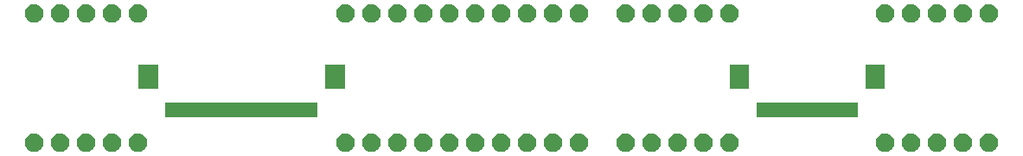
<source format=gbr>
G04 #@! TF.GenerationSoftware,KiCad,Pcbnew,5.1.5-52549c5~86~ubuntu19.04.1*
G04 #@! TF.CreationDate,2020-05-21T23:18:28+10:00*
G04 #@! TF.ProjectId,ICM2_FrontPanel_Breakout,49434d32-5f46-4726-9f6e-7450616e656c,rev?*
G04 #@! TF.SameCoordinates,Original*
G04 #@! TF.FileFunction,Soldermask,Top*
G04 #@! TF.FilePolarity,Negative*
%FSLAX46Y46*%
G04 Gerber Fmt 4.6, Leading zero omitted, Abs format (unit mm)*
G04 Created by KiCad (PCBNEW 5.1.5-52549c5~86~ubuntu19.04.1) date 2020-05-21 23:18:28*
%MOMM*%
%LPD*%
G04 APERTURE LIST*
%ADD10C,0.100000*%
G04 APERTURE END LIST*
D10*
G36*
X138035512Y-86479927D02*
G01*
X138184812Y-86509624D01*
X138348784Y-86577544D01*
X138496354Y-86676147D01*
X138621853Y-86801646D01*
X138720456Y-86949216D01*
X138788376Y-87113188D01*
X138823000Y-87287259D01*
X138823000Y-87464741D01*
X138788376Y-87638812D01*
X138720456Y-87802784D01*
X138621853Y-87950354D01*
X138496354Y-88075853D01*
X138348784Y-88174456D01*
X138184812Y-88242376D01*
X138035512Y-88272073D01*
X138010742Y-88277000D01*
X137833258Y-88277000D01*
X137808488Y-88272073D01*
X137659188Y-88242376D01*
X137495216Y-88174456D01*
X137347646Y-88075853D01*
X137222147Y-87950354D01*
X137123544Y-87802784D01*
X137055624Y-87638812D01*
X137021000Y-87464741D01*
X137021000Y-87287259D01*
X137055624Y-87113188D01*
X137123544Y-86949216D01*
X137222147Y-86801646D01*
X137347646Y-86676147D01*
X137495216Y-86577544D01*
X137659188Y-86509624D01*
X137808488Y-86479927D01*
X137833258Y-86475000D01*
X138010742Y-86475000D01*
X138035512Y-86479927D01*
G37*
G36*
X132955512Y-86479927D02*
G01*
X133104812Y-86509624D01*
X133268784Y-86577544D01*
X133416354Y-86676147D01*
X133541853Y-86801646D01*
X133640456Y-86949216D01*
X133708376Y-87113188D01*
X133743000Y-87287259D01*
X133743000Y-87464741D01*
X133708376Y-87638812D01*
X133640456Y-87802784D01*
X133541853Y-87950354D01*
X133416354Y-88075853D01*
X133268784Y-88174456D01*
X133104812Y-88242376D01*
X132955512Y-88272073D01*
X132930742Y-88277000D01*
X132753258Y-88277000D01*
X132728488Y-88272073D01*
X132579188Y-88242376D01*
X132415216Y-88174456D01*
X132267646Y-88075853D01*
X132142147Y-87950354D01*
X132043544Y-87802784D01*
X131975624Y-87638812D01*
X131941000Y-87464741D01*
X131941000Y-87287259D01*
X131975624Y-87113188D01*
X132043544Y-86949216D01*
X132142147Y-86801646D01*
X132267646Y-86676147D01*
X132415216Y-86577544D01*
X132579188Y-86509624D01*
X132728488Y-86479927D01*
X132753258Y-86475000D01*
X132930742Y-86475000D01*
X132955512Y-86479927D01*
G37*
G36*
X94855512Y-86479927D02*
G01*
X95004812Y-86509624D01*
X95168784Y-86577544D01*
X95316354Y-86676147D01*
X95441853Y-86801646D01*
X95540456Y-86949216D01*
X95608376Y-87113188D01*
X95643000Y-87287259D01*
X95643000Y-87464741D01*
X95608376Y-87638812D01*
X95540456Y-87802784D01*
X95441853Y-87950354D01*
X95316354Y-88075853D01*
X95168784Y-88174456D01*
X95004812Y-88242376D01*
X94855512Y-88272073D01*
X94830742Y-88277000D01*
X94653258Y-88277000D01*
X94628488Y-88272073D01*
X94479188Y-88242376D01*
X94315216Y-88174456D01*
X94167646Y-88075853D01*
X94042147Y-87950354D01*
X93943544Y-87802784D01*
X93875624Y-87638812D01*
X93841000Y-87464741D01*
X93841000Y-87287259D01*
X93875624Y-87113188D01*
X93943544Y-86949216D01*
X94042147Y-86801646D01*
X94167646Y-86676147D01*
X94315216Y-86577544D01*
X94479188Y-86509624D01*
X94628488Y-86479927D01*
X94653258Y-86475000D01*
X94830742Y-86475000D01*
X94855512Y-86479927D01*
G37*
G36*
X92315512Y-86479927D02*
G01*
X92464812Y-86509624D01*
X92628784Y-86577544D01*
X92776354Y-86676147D01*
X92901853Y-86801646D01*
X93000456Y-86949216D01*
X93068376Y-87113188D01*
X93103000Y-87287259D01*
X93103000Y-87464741D01*
X93068376Y-87638812D01*
X93000456Y-87802784D01*
X92901853Y-87950354D01*
X92776354Y-88075853D01*
X92628784Y-88174456D01*
X92464812Y-88242376D01*
X92315512Y-88272073D01*
X92290742Y-88277000D01*
X92113258Y-88277000D01*
X92088488Y-88272073D01*
X91939188Y-88242376D01*
X91775216Y-88174456D01*
X91627646Y-88075853D01*
X91502147Y-87950354D01*
X91403544Y-87802784D01*
X91335624Y-87638812D01*
X91301000Y-87464741D01*
X91301000Y-87287259D01*
X91335624Y-87113188D01*
X91403544Y-86949216D01*
X91502147Y-86801646D01*
X91627646Y-86676147D01*
X91775216Y-86577544D01*
X91939188Y-86509624D01*
X92088488Y-86479927D01*
X92113258Y-86475000D01*
X92290742Y-86475000D01*
X92315512Y-86479927D01*
G37*
G36*
X89775512Y-86479927D02*
G01*
X89924812Y-86509624D01*
X90088784Y-86577544D01*
X90236354Y-86676147D01*
X90361853Y-86801646D01*
X90460456Y-86949216D01*
X90528376Y-87113188D01*
X90563000Y-87287259D01*
X90563000Y-87464741D01*
X90528376Y-87638812D01*
X90460456Y-87802784D01*
X90361853Y-87950354D01*
X90236354Y-88075853D01*
X90088784Y-88174456D01*
X89924812Y-88242376D01*
X89775512Y-88272073D01*
X89750742Y-88277000D01*
X89573258Y-88277000D01*
X89548488Y-88272073D01*
X89399188Y-88242376D01*
X89235216Y-88174456D01*
X89087646Y-88075853D01*
X88962147Y-87950354D01*
X88863544Y-87802784D01*
X88795624Y-87638812D01*
X88761000Y-87464741D01*
X88761000Y-87287259D01*
X88795624Y-87113188D01*
X88863544Y-86949216D01*
X88962147Y-86801646D01*
X89087646Y-86676147D01*
X89235216Y-86577544D01*
X89399188Y-86509624D01*
X89548488Y-86479927D01*
X89573258Y-86475000D01*
X89750742Y-86475000D01*
X89775512Y-86479927D01*
G37*
G36*
X87235512Y-86479927D02*
G01*
X87384812Y-86509624D01*
X87548784Y-86577544D01*
X87696354Y-86676147D01*
X87821853Y-86801646D01*
X87920456Y-86949216D01*
X87988376Y-87113188D01*
X88023000Y-87287259D01*
X88023000Y-87464741D01*
X87988376Y-87638812D01*
X87920456Y-87802784D01*
X87821853Y-87950354D01*
X87696354Y-88075853D01*
X87548784Y-88174456D01*
X87384812Y-88242376D01*
X87235512Y-88272073D01*
X87210742Y-88277000D01*
X87033258Y-88277000D01*
X87008488Y-88272073D01*
X86859188Y-88242376D01*
X86695216Y-88174456D01*
X86547646Y-88075853D01*
X86422147Y-87950354D01*
X86323544Y-87802784D01*
X86255624Y-87638812D01*
X86221000Y-87464741D01*
X86221000Y-87287259D01*
X86255624Y-87113188D01*
X86323544Y-86949216D01*
X86422147Y-86801646D01*
X86547646Y-86676147D01*
X86695216Y-86577544D01*
X86859188Y-86509624D01*
X87008488Y-86479927D01*
X87033258Y-86475000D01*
X87210742Y-86475000D01*
X87235512Y-86479927D01*
G37*
G36*
X84695512Y-86479927D02*
G01*
X84844812Y-86509624D01*
X85008784Y-86577544D01*
X85156354Y-86676147D01*
X85281853Y-86801646D01*
X85380456Y-86949216D01*
X85448376Y-87113188D01*
X85483000Y-87287259D01*
X85483000Y-87464741D01*
X85448376Y-87638812D01*
X85380456Y-87802784D01*
X85281853Y-87950354D01*
X85156354Y-88075853D01*
X85008784Y-88174456D01*
X84844812Y-88242376D01*
X84695512Y-88272073D01*
X84670742Y-88277000D01*
X84493258Y-88277000D01*
X84468488Y-88272073D01*
X84319188Y-88242376D01*
X84155216Y-88174456D01*
X84007646Y-88075853D01*
X83882147Y-87950354D01*
X83783544Y-87802784D01*
X83715624Y-87638812D01*
X83681000Y-87464741D01*
X83681000Y-87287259D01*
X83715624Y-87113188D01*
X83783544Y-86949216D01*
X83882147Y-86801646D01*
X84007646Y-86676147D01*
X84155216Y-86577544D01*
X84319188Y-86509624D01*
X84468488Y-86479927D01*
X84493258Y-86475000D01*
X84670742Y-86475000D01*
X84695512Y-86479927D01*
G37*
G36*
X125335512Y-86479927D02*
G01*
X125484812Y-86509624D01*
X125648784Y-86577544D01*
X125796354Y-86676147D01*
X125921853Y-86801646D01*
X126020456Y-86949216D01*
X126088376Y-87113188D01*
X126123000Y-87287259D01*
X126123000Y-87464741D01*
X126088376Y-87638812D01*
X126020456Y-87802784D01*
X125921853Y-87950354D01*
X125796354Y-88075853D01*
X125648784Y-88174456D01*
X125484812Y-88242376D01*
X125335512Y-88272073D01*
X125310742Y-88277000D01*
X125133258Y-88277000D01*
X125108488Y-88272073D01*
X124959188Y-88242376D01*
X124795216Y-88174456D01*
X124647646Y-88075853D01*
X124522147Y-87950354D01*
X124423544Y-87802784D01*
X124355624Y-87638812D01*
X124321000Y-87464741D01*
X124321000Y-87287259D01*
X124355624Y-87113188D01*
X124423544Y-86949216D01*
X124522147Y-86801646D01*
X124647646Y-86676147D01*
X124795216Y-86577544D01*
X124959188Y-86509624D01*
X125108488Y-86479927D01*
X125133258Y-86475000D01*
X125310742Y-86475000D01*
X125335512Y-86479927D01*
G37*
G36*
X122795512Y-86479927D02*
G01*
X122944812Y-86509624D01*
X123108784Y-86577544D01*
X123256354Y-86676147D01*
X123381853Y-86801646D01*
X123480456Y-86949216D01*
X123548376Y-87113188D01*
X123583000Y-87287259D01*
X123583000Y-87464741D01*
X123548376Y-87638812D01*
X123480456Y-87802784D01*
X123381853Y-87950354D01*
X123256354Y-88075853D01*
X123108784Y-88174456D01*
X122944812Y-88242376D01*
X122795512Y-88272073D01*
X122770742Y-88277000D01*
X122593258Y-88277000D01*
X122568488Y-88272073D01*
X122419188Y-88242376D01*
X122255216Y-88174456D01*
X122107646Y-88075853D01*
X121982147Y-87950354D01*
X121883544Y-87802784D01*
X121815624Y-87638812D01*
X121781000Y-87464741D01*
X121781000Y-87287259D01*
X121815624Y-87113188D01*
X121883544Y-86949216D01*
X121982147Y-86801646D01*
X122107646Y-86676147D01*
X122255216Y-86577544D01*
X122419188Y-86509624D01*
X122568488Y-86479927D01*
X122593258Y-86475000D01*
X122770742Y-86475000D01*
X122795512Y-86479927D01*
G37*
G36*
X120255512Y-86479927D02*
G01*
X120404812Y-86509624D01*
X120568784Y-86577544D01*
X120716354Y-86676147D01*
X120841853Y-86801646D01*
X120940456Y-86949216D01*
X121008376Y-87113188D01*
X121043000Y-87287259D01*
X121043000Y-87464741D01*
X121008376Y-87638812D01*
X120940456Y-87802784D01*
X120841853Y-87950354D01*
X120716354Y-88075853D01*
X120568784Y-88174456D01*
X120404812Y-88242376D01*
X120255512Y-88272073D01*
X120230742Y-88277000D01*
X120053258Y-88277000D01*
X120028488Y-88272073D01*
X119879188Y-88242376D01*
X119715216Y-88174456D01*
X119567646Y-88075853D01*
X119442147Y-87950354D01*
X119343544Y-87802784D01*
X119275624Y-87638812D01*
X119241000Y-87464741D01*
X119241000Y-87287259D01*
X119275624Y-87113188D01*
X119343544Y-86949216D01*
X119442147Y-86801646D01*
X119567646Y-86676147D01*
X119715216Y-86577544D01*
X119879188Y-86509624D01*
X120028488Y-86479927D01*
X120053258Y-86475000D01*
X120230742Y-86475000D01*
X120255512Y-86479927D01*
G37*
G36*
X117715512Y-86479927D02*
G01*
X117864812Y-86509624D01*
X118028784Y-86577544D01*
X118176354Y-86676147D01*
X118301853Y-86801646D01*
X118400456Y-86949216D01*
X118468376Y-87113188D01*
X118503000Y-87287259D01*
X118503000Y-87464741D01*
X118468376Y-87638812D01*
X118400456Y-87802784D01*
X118301853Y-87950354D01*
X118176354Y-88075853D01*
X118028784Y-88174456D01*
X117864812Y-88242376D01*
X117715512Y-88272073D01*
X117690742Y-88277000D01*
X117513258Y-88277000D01*
X117488488Y-88272073D01*
X117339188Y-88242376D01*
X117175216Y-88174456D01*
X117027646Y-88075853D01*
X116902147Y-87950354D01*
X116803544Y-87802784D01*
X116735624Y-87638812D01*
X116701000Y-87464741D01*
X116701000Y-87287259D01*
X116735624Y-87113188D01*
X116803544Y-86949216D01*
X116902147Y-86801646D01*
X117027646Y-86676147D01*
X117175216Y-86577544D01*
X117339188Y-86509624D01*
X117488488Y-86479927D01*
X117513258Y-86475000D01*
X117690742Y-86475000D01*
X117715512Y-86479927D01*
G37*
G36*
X115175512Y-86479927D02*
G01*
X115324812Y-86509624D01*
X115488784Y-86577544D01*
X115636354Y-86676147D01*
X115761853Y-86801646D01*
X115860456Y-86949216D01*
X115928376Y-87113188D01*
X115963000Y-87287259D01*
X115963000Y-87464741D01*
X115928376Y-87638812D01*
X115860456Y-87802784D01*
X115761853Y-87950354D01*
X115636354Y-88075853D01*
X115488784Y-88174456D01*
X115324812Y-88242376D01*
X115175512Y-88272073D01*
X115150742Y-88277000D01*
X114973258Y-88277000D01*
X114948488Y-88272073D01*
X114799188Y-88242376D01*
X114635216Y-88174456D01*
X114487646Y-88075853D01*
X114362147Y-87950354D01*
X114263544Y-87802784D01*
X114195624Y-87638812D01*
X114161000Y-87464741D01*
X114161000Y-87287259D01*
X114195624Y-87113188D01*
X114263544Y-86949216D01*
X114362147Y-86801646D01*
X114487646Y-86676147D01*
X114635216Y-86577544D01*
X114799188Y-86509624D01*
X114948488Y-86479927D01*
X114973258Y-86475000D01*
X115150742Y-86475000D01*
X115175512Y-86479927D01*
G37*
G36*
X135495512Y-86479927D02*
G01*
X135644812Y-86509624D01*
X135808784Y-86577544D01*
X135956354Y-86676147D01*
X136081853Y-86801646D01*
X136180456Y-86949216D01*
X136248376Y-87113188D01*
X136283000Y-87287259D01*
X136283000Y-87464741D01*
X136248376Y-87638812D01*
X136180456Y-87802784D01*
X136081853Y-87950354D01*
X135956354Y-88075853D01*
X135808784Y-88174456D01*
X135644812Y-88242376D01*
X135495512Y-88272073D01*
X135470742Y-88277000D01*
X135293258Y-88277000D01*
X135268488Y-88272073D01*
X135119188Y-88242376D01*
X134955216Y-88174456D01*
X134807646Y-88075853D01*
X134682147Y-87950354D01*
X134583544Y-87802784D01*
X134515624Y-87638812D01*
X134481000Y-87464741D01*
X134481000Y-87287259D01*
X134515624Y-87113188D01*
X134583544Y-86949216D01*
X134682147Y-86801646D01*
X134807646Y-86676147D01*
X134955216Y-86577544D01*
X135119188Y-86509624D01*
X135268488Y-86479927D01*
X135293258Y-86475000D01*
X135470742Y-86475000D01*
X135495512Y-86479927D01*
G37*
G36*
X130415512Y-86479927D02*
G01*
X130564812Y-86509624D01*
X130728784Y-86577544D01*
X130876354Y-86676147D01*
X131001853Y-86801646D01*
X131100456Y-86949216D01*
X131168376Y-87113188D01*
X131203000Y-87287259D01*
X131203000Y-87464741D01*
X131168376Y-87638812D01*
X131100456Y-87802784D01*
X131001853Y-87950354D01*
X130876354Y-88075853D01*
X130728784Y-88174456D01*
X130564812Y-88242376D01*
X130415512Y-88272073D01*
X130390742Y-88277000D01*
X130213258Y-88277000D01*
X130188488Y-88272073D01*
X130039188Y-88242376D01*
X129875216Y-88174456D01*
X129727646Y-88075853D01*
X129602147Y-87950354D01*
X129503544Y-87802784D01*
X129435624Y-87638812D01*
X129401000Y-87464741D01*
X129401000Y-87287259D01*
X129435624Y-87113188D01*
X129503544Y-86949216D01*
X129602147Y-86801646D01*
X129727646Y-86676147D01*
X129875216Y-86577544D01*
X130039188Y-86509624D01*
X130188488Y-86479927D01*
X130213258Y-86475000D01*
X130390742Y-86475000D01*
X130415512Y-86479927D01*
G37*
G36*
X127875512Y-86479927D02*
G01*
X128024812Y-86509624D01*
X128188784Y-86577544D01*
X128336354Y-86676147D01*
X128461853Y-86801646D01*
X128560456Y-86949216D01*
X128628376Y-87113188D01*
X128663000Y-87287259D01*
X128663000Y-87464741D01*
X128628376Y-87638812D01*
X128560456Y-87802784D01*
X128461853Y-87950354D01*
X128336354Y-88075853D01*
X128188784Y-88174456D01*
X128024812Y-88242376D01*
X127875512Y-88272073D01*
X127850742Y-88277000D01*
X127673258Y-88277000D01*
X127648488Y-88272073D01*
X127499188Y-88242376D01*
X127335216Y-88174456D01*
X127187646Y-88075853D01*
X127062147Y-87950354D01*
X126963544Y-87802784D01*
X126895624Y-87638812D01*
X126861000Y-87464741D01*
X126861000Y-87287259D01*
X126895624Y-87113188D01*
X126963544Y-86949216D01*
X127062147Y-86801646D01*
X127187646Y-86676147D01*
X127335216Y-86577544D01*
X127499188Y-86509624D01*
X127648488Y-86479927D01*
X127673258Y-86475000D01*
X127850742Y-86475000D01*
X127875512Y-86479927D01*
G37*
G36*
X178167512Y-86479927D02*
G01*
X178316812Y-86509624D01*
X178480784Y-86577544D01*
X178628354Y-86676147D01*
X178753853Y-86801646D01*
X178852456Y-86949216D01*
X178920376Y-87113188D01*
X178955000Y-87287259D01*
X178955000Y-87464741D01*
X178920376Y-87638812D01*
X178852456Y-87802784D01*
X178753853Y-87950354D01*
X178628354Y-88075853D01*
X178480784Y-88174456D01*
X178316812Y-88242376D01*
X178167512Y-88272073D01*
X178142742Y-88277000D01*
X177965258Y-88277000D01*
X177940488Y-88272073D01*
X177791188Y-88242376D01*
X177627216Y-88174456D01*
X177479646Y-88075853D01*
X177354147Y-87950354D01*
X177255544Y-87802784D01*
X177187624Y-87638812D01*
X177153000Y-87464741D01*
X177153000Y-87287259D01*
X177187624Y-87113188D01*
X177255544Y-86949216D01*
X177354147Y-86801646D01*
X177479646Y-86676147D01*
X177627216Y-86577544D01*
X177791188Y-86509624D01*
X177940488Y-86479927D01*
X177965258Y-86475000D01*
X178142742Y-86475000D01*
X178167512Y-86479927D01*
G37*
G36*
X175627512Y-86479927D02*
G01*
X175776812Y-86509624D01*
X175940784Y-86577544D01*
X176088354Y-86676147D01*
X176213853Y-86801646D01*
X176312456Y-86949216D01*
X176380376Y-87113188D01*
X176415000Y-87287259D01*
X176415000Y-87464741D01*
X176380376Y-87638812D01*
X176312456Y-87802784D01*
X176213853Y-87950354D01*
X176088354Y-88075853D01*
X175940784Y-88174456D01*
X175776812Y-88242376D01*
X175627512Y-88272073D01*
X175602742Y-88277000D01*
X175425258Y-88277000D01*
X175400488Y-88272073D01*
X175251188Y-88242376D01*
X175087216Y-88174456D01*
X174939646Y-88075853D01*
X174814147Y-87950354D01*
X174715544Y-87802784D01*
X174647624Y-87638812D01*
X174613000Y-87464741D01*
X174613000Y-87287259D01*
X174647624Y-87113188D01*
X174715544Y-86949216D01*
X174814147Y-86801646D01*
X174939646Y-86676147D01*
X175087216Y-86577544D01*
X175251188Y-86509624D01*
X175400488Y-86479927D01*
X175425258Y-86475000D01*
X175602742Y-86475000D01*
X175627512Y-86479927D01*
G37*
G36*
X173087512Y-86479927D02*
G01*
X173236812Y-86509624D01*
X173400784Y-86577544D01*
X173548354Y-86676147D01*
X173673853Y-86801646D01*
X173772456Y-86949216D01*
X173840376Y-87113188D01*
X173875000Y-87287259D01*
X173875000Y-87464741D01*
X173840376Y-87638812D01*
X173772456Y-87802784D01*
X173673853Y-87950354D01*
X173548354Y-88075853D01*
X173400784Y-88174456D01*
X173236812Y-88242376D01*
X173087512Y-88272073D01*
X173062742Y-88277000D01*
X172885258Y-88277000D01*
X172860488Y-88272073D01*
X172711188Y-88242376D01*
X172547216Y-88174456D01*
X172399646Y-88075853D01*
X172274147Y-87950354D01*
X172175544Y-87802784D01*
X172107624Y-87638812D01*
X172073000Y-87464741D01*
X172073000Y-87287259D01*
X172107624Y-87113188D01*
X172175544Y-86949216D01*
X172274147Y-86801646D01*
X172399646Y-86676147D01*
X172547216Y-86577544D01*
X172711188Y-86509624D01*
X172860488Y-86479927D01*
X172885258Y-86475000D01*
X173062742Y-86475000D01*
X173087512Y-86479927D01*
G37*
G36*
X170547512Y-86479927D02*
G01*
X170696812Y-86509624D01*
X170860784Y-86577544D01*
X171008354Y-86676147D01*
X171133853Y-86801646D01*
X171232456Y-86949216D01*
X171300376Y-87113188D01*
X171335000Y-87287259D01*
X171335000Y-87464741D01*
X171300376Y-87638812D01*
X171232456Y-87802784D01*
X171133853Y-87950354D01*
X171008354Y-88075853D01*
X170860784Y-88174456D01*
X170696812Y-88242376D01*
X170547512Y-88272073D01*
X170522742Y-88277000D01*
X170345258Y-88277000D01*
X170320488Y-88272073D01*
X170171188Y-88242376D01*
X170007216Y-88174456D01*
X169859646Y-88075853D01*
X169734147Y-87950354D01*
X169635544Y-87802784D01*
X169567624Y-87638812D01*
X169533000Y-87464741D01*
X169533000Y-87287259D01*
X169567624Y-87113188D01*
X169635544Y-86949216D01*
X169734147Y-86801646D01*
X169859646Y-86676147D01*
X170007216Y-86577544D01*
X170171188Y-86509624D01*
X170320488Y-86479927D01*
X170345258Y-86475000D01*
X170522742Y-86475000D01*
X170547512Y-86479927D01*
G37*
G36*
X168007512Y-86479927D02*
G01*
X168156812Y-86509624D01*
X168320784Y-86577544D01*
X168468354Y-86676147D01*
X168593853Y-86801646D01*
X168692456Y-86949216D01*
X168760376Y-87113188D01*
X168795000Y-87287259D01*
X168795000Y-87464741D01*
X168760376Y-87638812D01*
X168692456Y-87802784D01*
X168593853Y-87950354D01*
X168468354Y-88075853D01*
X168320784Y-88174456D01*
X168156812Y-88242376D01*
X168007512Y-88272073D01*
X167982742Y-88277000D01*
X167805258Y-88277000D01*
X167780488Y-88272073D01*
X167631188Y-88242376D01*
X167467216Y-88174456D01*
X167319646Y-88075853D01*
X167194147Y-87950354D01*
X167095544Y-87802784D01*
X167027624Y-87638812D01*
X166993000Y-87464741D01*
X166993000Y-87287259D01*
X167027624Y-87113188D01*
X167095544Y-86949216D01*
X167194147Y-86801646D01*
X167319646Y-86676147D01*
X167467216Y-86577544D01*
X167631188Y-86509624D01*
X167780488Y-86479927D01*
X167805258Y-86475000D01*
X167982742Y-86475000D01*
X168007512Y-86479927D01*
G37*
G36*
X152767512Y-86479927D02*
G01*
X152916812Y-86509624D01*
X153080784Y-86577544D01*
X153228354Y-86676147D01*
X153353853Y-86801646D01*
X153452456Y-86949216D01*
X153520376Y-87113188D01*
X153555000Y-87287259D01*
X153555000Y-87464741D01*
X153520376Y-87638812D01*
X153452456Y-87802784D01*
X153353853Y-87950354D01*
X153228354Y-88075853D01*
X153080784Y-88174456D01*
X152916812Y-88242376D01*
X152767512Y-88272073D01*
X152742742Y-88277000D01*
X152565258Y-88277000D01*
X152540488Y-88272073D01*
X152391188Y-88242376D01*
X152227216Y-88174456D01*
X152079646Y-88075853D01*
X151954147Y-87950354D01*
X151855544Y-87802784D01*
X151787624Y-87638812D01*
X151753000Y-87464741D01*
X151753000Y-87287259D01*
X151787624Y-87113188D01*
X151855544Y-86949216D01*
X151954147Y-86801646D01*
X152079646Y-86676147D01*
X152227216Y-86577544D01*
X152391188Y-86509624D01*
X152540488Y-86479927D01*
X152565258Y-86475000D01*
X152742742Y-86475000D01*
X152767512Y-86479927D01*
G37*
G36*
X150227512Y-86479927D02*
G01*
X150376812Y-86509624D01*
X150540784Y-86577544D01*
X150688354Y-86676147D01*
X150813853Y-86801646D01*
X150912456Y-86949216D01*
X150980376Y-87113188D01*
X151015000Y-87287259D01*
X151015000Y-87464741D01*
X150980376Y-87638812D01*
X150912456Y-87802784D01*
X150813853Y-87950354D01*
X150688354Y-88075853D01*
X150540784Y-88174456D01*
X150376812Y-88242376D01*
X150227512Y-88272073D01*
X150202742Y-88277000D01*
X150025258Y-88277000D01*
X150000488Y-88272073D01*
X149851188Y-88242376D01*
X149687216Y-88174456D01*
X149539646Y-88075853D01*
X149414147Y-87950354D01*
X149315544Y-87802784D01*
X149247624Y-87638812D01*
X149213000Y-87464741D01*
X149213000Y-87287259D01*
X149247624Y-87113188D01*
X149315544Y-86949216D01*
X149414147Y-86801646D01*
X149539646Y-86676147D01*
X149687216Y-86577544D01*
X149851188Y-86509624D01*
X150000488Y-86479927D01*
X150025258Y-86475000D01*
X150202742Y-86475000D01*
X150227512Y-86479927D01*
G37*
G36*
X147687512Y-86479927D02*
G01*
X147836812Y-86509624D01*
X148000784Y-86577544D01*
X148148354Y-86676147D01*
X148273853Y-86801646D01*
X148372456Y-86949216D01*
X148440376Y-87113188D01*
X148475000Y-87287259D01*
X148475000Y-87464741D01*
X148440376Y-87638812D01*
X148372456Y-87802784D01*
X148273853Y-87950354D01*
X148148354Y-88075853D01*
X148000784Y-88174456D01*
X147836812Y-88242376D01*
X147687512Y-88272073D01*
X147662742Y-88277000D01*
X147485258Y-88277000D01*
X147460488Y-88272073D01*
X147311188Y-88242376D01*
X147147216Y-88174456D01*
X146999646Y-88075853D01*
X146874147Y-87950354D01*
X146775544Y-87802784D01*
X146707624Y-87638812D01*
X146673000Y-87464741D01*
X146673000Y-87287259D01*
X146707624Y-87113188D01*
X146775544Y-86949216D01*
X146874147Y-86801646D01*
X146999646Y-86676147D01*
X147147216Y-86577544D01*
X147311188Y-86509624D01*
X147460488Y-86479927D01*
X147485258Y-86475000D01*
X147662742Y-86475000D01*
X147687512Y-86479927D01*
G37*
G36*
X145147512Y-86479927D02*
G01*
X145296812Y-86509624D01*
X145460784Y-86577544D01*
X145608354Y-86676147D01*
X145733853Y-86801646D01*
X145832456Y-86949216D01*
X145900376Y-87113188D01*
X145935000Y-87287259D01*
X145935000Y-87464741D01*
X145900376Y-87638812D01*
X145832456Y-87802784D01*
X145733853Y-87950354D01*
X145608354Y-88075853D01*
X145460784Y-88174456D01*
X145296812Y-88242376D01*
X145147512Y-88272073D01*
X145122742Y-88277000D01*
X144945258Y-88277000D01*
X144920488Y-88272073D01*
X144771188Y-88242376D01*
X144607216Y-88174456D01*
X144459646Y-88075853D01*
X144334147Y-87950354D01*
X144235544Y-87802784D01*
X144167624Y-87638812D01*
X144133000Y-87464741D01*
X144133000Y-87287259D01*
X144167624Y-87113188D01*
X144235544Y-86949216D01*
X144334147Y-86801646D01*
X144459646Y-86676147D01*
X144607216Y-86577544D01*
X144771188Y-86509624D01*
X144920488Y-86479927D01*
X144945258Y-86475000D01*
X145122742Y-86475000D01*
X145147512Y-86479927D01*
G37*
G36*
X142607512Y-86479927D02*
G01*
X142756812Y-86509624D01*
X142920784Y-86577544D01*
X143068354Y-86676147D01*
X143193853Y-86801646D01*
X143292456Y-86949216D01*
X143360376Y-87113188D01*
X143395000Y-87287259D01*
X143395000Y-87464741D01*
X143360376Y-87638812D01*
X143292456Y-87802784D01*
X143193853Y-87950354D01*
X143068354Y-88075853D01*
X142920784Y-88174456D01*
X142756812Y-88242376D01*
X142607512Y-88272073D01*
X142582742Y-88277000D01*
X142405258Y-88277000D01*
X142380488Y-88272073D01*
X142231188Y-88242376D01*
X142067216Y-88174456D01*
X141919646Y-88075853D01*
X141794147Y-87950354D01*
X141695544Y-87802784D01*
X141627624Y-87638812D01*
X141593000Y-87464741D01*
X141593000Y-87287259D01*
X141627624Y-87113188D01*
X141695544Y-86949216D01*
X141794147Y-86801646D01*
X141919646Y-86676147D01*
X142067216Y-86577544D01*
X142231188Y-86509624D01*
X142380488Y-86479927D01*
X142405258Y-86475000D01*
X142582742Y-86475000D01*
X142607512Y-86479927D01*
G37*
G36*
X165225000Y-84847000D02*
G01*
X155323000Y-84847000D01*
X155323000Y-83445000D01*
X165225000Y-83445000D01*
X165225000Y-84847000D01*
G37*
G36*
X112353000Y-84847000D02*
G01*
X97451000Y-84847000D01*
X97451000Y-83445000D01*
X112353000Y-83445000D01*
X112353000Y-84847000D01*
G37*
G36*
X167875000Y-82047000D02*
G01*
X165973000Y-82047000D01*
X165973000Y-79745000D01*
X167875000Y-79745000D01*
X167875000Y-82047000D01*
G37*
G36*
X96703000Y-82047000D02*
G01*
X94801000Y-82047000D01*
X94801000Y-79745000D01*
X96703000Y-79745000D01*
X96703000Y-82047000D01*
G37*
G36*
X154575000Y-82047000D02*
G01*
X152673000Y-82047000D01*
X152673000Y-79745000D01*
X154575000Y-79745000D01*
X154575000Y-82047000D01*
G37*
G36*
X115003000Y-82047000D02*
G01*
X113101000Y-82047000D01*
X113101000Y-79745000D01*
X115003000Y-79745000D01*
X115003000Y-82047000D01*
G37*
G36*
X84695512Y-73779927D02*
G01*
X84844812Y-73809624D01*
X85008784Y-73877544D01*
X85156354Y-73976147D01*
X85281853Y-74101646D01*
X85380456Y-74249216D01*
X85448376Y-74413188D01*
X85483000Y-74587259D01*
X85483000Y-74764741D01*
X85448376Y-74938812D01*
X85380456Y-75102784D01*
X85281853Y-75250354D01*
X85156354Y-75375853D01*
X85008784Y-75474456D01*
X84844812Y-75542376D01*
X84695512Y-75572073D01*
X84670742Y-75577000D01*
X84493258Y-75577000D01*
X84468488Y-75572073D01*
X84319188Y-75542376D01*
X84155216Y-75474456D01*
X84007646Y-75375853D01*
X83882147Y-75250354D01*
X83783544Y-75102784D01*
X83715624Y-74938812D01*
X83681000Y-74764741D01*
X83681000Y-74587259D01*
X83715624Y-74413188D01*
X83783544Y-74249216D01*
X83882147Y-74101646D01*
X84007646Y-73976147D01*
X84155216Y-73877544D01*
X84319188Y-73809624D01*
X84468488Y-73779927D01*
X84493258Y-73775000D01*
X84670742Y-73775000D01*
X84695512Y-73779927D01*
G37*
G36*
X178167512Y-73779927D02*
G01*
X178316812Y-73809624D01*
X178480784Y-73877544D01*
X178628354Y-73976147D01*
X178753853Y-74101646D01*
X178852456Y-74249216D01*
X178920376Y-74413188D01*
X178955000Y-74587259D01*
X178955000Y-74764741D01*
X178920376Y-74938812D01*
X178852456Y-75102784D01*
X178753853Y-75250354D01*
X178628354Y-75375853D01*
X178480784Y-75474456D01*
X178316812Y-75542376D01*
X178167512Y-75572073D01*
X178142742Y-75577000D01*
X177965258Y-75577000D01*
X177940488Y-75572073D01*
X177791188Y-75542376D01*
X177627216Y-75474456D01*
X177479646Y-75375853D01*
X177354147Y-75250354D01*
X177255544Y-75102784D01*
X177187624Y-74938812D01*
X177153000Y-74764741D01*
X177153000Y-74587259D01*
X177187624Y-74413188D01*
X177255544Y-74249216D01*
X177354147Y-74101646D01*
X177479646Y-73976147D01*
X177627216Y-73877544D01*
X177791188Y-73809624D01*
X177940488Y-73779927D01*
X177965258Y-73775000D01*
X178142742Y-73775000D01*
X178167512Y-73779927D01*
G37*
G36*
X175627512Y-73779927D02*
G01*
X175776812Y-73809624D01*
X175940784Y-73877544D01*
X176088354Y-73976147D01*
X176213853Y-74101646D01*
X176312456Y-74249216D01*
X176380376Y-74413188D01*
X176415000Y-74587259D01*
X176415000Y-74764741D01*
X176380376Y-74938812D01*
X176312456Y-75102784D01*
X176213853Y-75250354D01*
X176088354Y-75375853D01*
X175940784Y-75474456D01*
X175776812Y-75542376D01*
X175627512Y-75572073D01*
X175602742Y-75577000D01*
X175425258Y-75577000D01*
X175400488Y-75572073D01*
X175251188Y-75542376D01*
X175087216Y-75474456D01*
X174939646Y-75375853D01*
X174814147Y-75250354D01*
X174715544Y-75102784D01*
X174647624Y-74938812D01*
X174613000Y-74764741D01*
X174613000Y-74587259D01*
X174647624Y-74413188D01*
X174715544Y-74249216D01*
X174814147Y-74101646D01*
X174939646Y-73976147D01*
X175087216Y-73877544D01*
X175251188Y-73809624D01*
X175400488Y-73779927D01*
X175425258Y-73775000D01*
X175602742Y-73775000D01*
X175627512Y-73779927D01*
G37*
G36*
X173087512Y-73779927D02*
G01*
X173236812Y-73809624D01*
X173400784Y-73877544D01*
X173548354Y-73976147D01*
X173673853Y-74101646D01*
X173772456Y-74249216D01*
X173840376Y-74413188D01*
X173875000Y-74587259D01*
X173875000Y-74764741D01*
X173840376Y-74938812D01*
X173772456Y-75102784D01*
X173673853Y-75250354D01*
X173548354Y-75375853D01*
X173400784Y-75474456D01*
X173236812Y-75542376D01*
X173087512Y-75572073D01*
X173062742Y-75577000D01*
X172885258Y-75577000D01*
X172860488Y-75572073D01*
X172711188Y-75542376D01*
X172547216Y-75474456D01*
X172399646Y-75375853D01*
X172274147Y-75250354D01*
X172175544Y-75102784D01*
X172107624Y-74938812D01*
X172073000Y-74764741D01*
X172073000Y-74587259D01*
X172107624Y-74413188D01*
X172175544Y-74249216D01*
X172274147Y-74101646D01*
X172399646Y-73976147D01*
X172547216Y-73877544D01*
X172711188Y-73809624D01*
X172860488Y-73779927D01*
X172885258Y-73775000D01*
X173062742Y-73775000D01*
X173087512Y-73779927D01*
G37*
G36*
X170547512Y-73779927D02*
G01*
X170696812Y-73809624D01*
X170860784Y-73877544D01*
X171008354Y-73976147D01*
X171133853Y-74101646D01*
X171232456Y-74249216D01*
X171300376Y-74413188D01*
X171335000Y-74587259D01*
X171335000Y-74764741D01*
X171300376Y-74938812D01*
X171232456Y-75102784D01*
X171133853Y-75250354D01*
X171008354Y-75375853D01*
X170860784Y-75474456D01*
X170696812Y-75542376D01*
X170547512Y-75572073D01*
X170522742Y-75577000D01*
X170345258Y-75577000D01*
X170320488Y-75572073D01*
X170171188Y-75542376D01*
X170007216Y-75474456D01*
X169859646Y-75375853D01*
X169734147Y-75250354D01*
X169635544Y-75102784D01*
X169567624Y-74938812D01*
X169533000Y-74764741D01*
X169533000Y-74587259D01*
X169567624Y-74413188D01*
X169635544Y-74249216D01*
X169734147Y-74101646D01*
X169859646Y-73976147D01*
X170007216Y-73877544D01*
X170171188Y-73809624D01*
X170320488Y-73779927D01*
X170345258Y-73775000D01*
X170522742Y-73775000D01*
X170547512Y-73779927D01*
G37*
G36*
X168007512Y-73779927D02*
G01*
X168156812Y-73809624D01*
X168320784Y-73877544D01*
X168468354Y-73976147D01*
X168593853Y-74101646D01*
X168692456Y-74249216D01*
X168760376Y-74413188D01*
X168795000Y-74587259D01*
X168795000Y-74764741D01*
X168760376Y-74938812D01*
X168692456Y-75102784D01*
X168593853Y-75250354D01*
X168468354Y-75375853D01*
X168320784Y-75474456D01*
X168156812Y-75542376D01*
X168007512Y-75572073D01*
X167982742Y-75577000D01*
X167805258Y-75577000D01*
X167780488Y-75572073D01*
X167631188Y-75542376D01*
X167467216Y-75474456D01*
X167319646Y-75375853D01*
X167194147Y-75250354D01*
X167095544Y-75102784D01*
X167027624Y-74938812D01*
X166993000Y-74764741D01*
X166993000Y-74587259D01*
X167027624Y-74413188D01*
X167095544Y-74249216D01*
X167194147Y-74101646D01*
X167319646Y-73976147D01*
X167467216Y-73877544D01*
X167631188Y-73809624D01*
X167780488Y-73779927D01*
X167805258Y-73775000D01*
X167982742Y-73775000D01*
X168007512Y-73779927D01*
G37*
G36*
X152767512Y-73779927D02*
G01*
X152916812Y-73809624D01*
X153080784Y-73877544D01*
X153228354Y-73976147D01*
X153353853Y-74101646D01*
X153452456Y-74249216D01*
X153520376Y-74413188D01*
X153555000Y-74587259D01*
X153555000Y-74764741D01*
X153520376Y-74938812D01*
X153452456Y-75102784D01*
X153353853Y-75250354D01*
X153228354Y-75375853D01*
X153080784Y-75474456D01*
X152916812Y-75542376D01*
X152767512Y-75572073D01*
X152742742Y-75577000D01*
X152565258Y-75577000D01*
X152540488Y-75572073D01*
X152391188Y-75542376D01*
X152227216Y-75474456D01*
X152079646Y-75375853D01*
X151954147Y-75250354D01*
X151855544Y-75102784D01*
X151787624Y-74938812D01*
X151753000Y-74764741D01*
X151753000Y-74587259D01*
X151787624Y-74413188D01*
X151855544Y-74249216D01*
X151954147Y-74101646D01*
X152079646Y-73976147D01*
X152227216Y-73877544D01*
X152391188Y-73809624D01*
X152540488Y-73779927D01*
X152565258Y-73775000D01*
X152742742Y-73775000D01*
X152767512Y-73779927D01*
G37*
G36*
X150227512Y-73779927D02*
G01*
X150376812Y-73809624D01*
X150540784Y-73877544D01*
X150688354Y-73976147D01*
X150813853Y-74101646D01*
X150912456Y-74249216D01*
X150980376Y-74413188D01*
X151015000Y-74587259D01*
X151015000Y-74764741D01*
X150980376Y-74938812D01*
X150912456Y-75102784D01*
X150813853Y-75250354D01*
X150688354Y-75375853D01*
X150540784Y-75474456D01*
X150376812Y-75542376D01*
X150227512Y-75572073D01*
X150202742Y-75577000D01*
X150025258Y-75577000D01*
X150000488Y-75572073D01*
X149851188Y-75542376D01*
X149687216Y-75474456D01*
X149539646Y-75375853D01*
X149414147Y-75250354D01*
X149315544Y-75102784D01*
X149247624Y-74938812D01*
X149213000Y-74764741D01*
X149213000Y-74587259D01*
X149247624Y-74413188D01*
X149315544Y-74249216D01*
X149414147Y-74101646D01*
X149539646Y-73976147D01*
X149687216Y-73877544D01*
X149851188Y-73809624D01*
X150000488Y-73779927D01*
X150025258Y-73775000D01*
X150202742Y-73775000D01*
X150227512Y-73779927D01*
G37*
G36*
X147687512Y-73779927D02*
G01*
X147836812Y-73809624D01*
X148000784Y-73877544D01*
X148148354Y-73976147D01*
X148273853Y-74101646D01*
X148372456Y-74249216D01*
X148440376Y-74413188D01*
X148475000Y-74587259D01*
X148475000Y-74764741D01*
X148440376Y-74938812D01*
X148372456Y-75102784D01*
X148273853Y-75250354D01*
X148148354Y-75375853D01*
X148000784Y-75474456D01*
X147836812Y-75542376D01*
X147687512Y-75572073D01*
X147662742Y-75577000D01*
X147485258Y-75577000D01*
X147460488Y-75572073D01*
X147311188Y-75542376D01*
X147147216Y-75474456D01*
X146999646Y-75375853D01*
X146874147Y-75250354D01*
X146775544Y-75102784D01*
X146707624Y-74938812D01*
X146673000Y-74764741D01*
X146673000Y-74587259D01*
X146707624Y-74413188D01*
X146775544Y-74249216D01*
X146874147Y-74101646D01*
X146999646Y-73976147D01*
X147147216Y-73877544D01*
X147311188Y-73809624D01*
X147460488Y-73779927D01*
X147485258Y-73775000D01*
X147662742Y-73775000D01*
X147687512Y-73779927D01*
G37*
G36*
X145147512Y-73779927D02*
G01*
X145296812Y-73809624D01*
X145460784Y-73877544D01*
X145608354Y-73976147D01*
X145733853Y-74101646D01*
X145832456Y-74249216D01*
X145900376Y-74413188D01*
X145935000Y-74587259D01*
X145935000Y-74764741D01*
X145900376Y-74938812D01*
X145832456Y-75102784D01*
X145733853Y-75250354D01*
X145608354Y-75375853D01*
X145460784Y-75474456D01*
X145296812Y-75542376D01*
X145147512Y-75572073D01*
X145122742Y-75577000D01*
X144945258Y-75577000D01*
X144920488Y-75572073D01*
X144771188Y-75542376D01*
X144607216Y-75474456D01*
X144459646Y-75375853D01*
X144334147Y-75250354D01*
X144235544Y-75102784D01*
X144167624Y-74938812D01*
X144133000Y-74764741D01*
X144133000Y-74587259D01*
X144167624Y-74413188D01*
X144235544Y-74249216D01*
X144334147Y-74101646D01*
X144459646Y-73976147D01*
X144607216Y-73877544D01*
X144771188Y-73809624D01*
X144920488Y-73779927D01*
X144945258Y-73775000D01*
X145122742Y-73775000D01*
X145147512Y-73779927D01*
G37*
G36*
X142607512Y-73779927D02*
G01*
X142756812Y-73809624D01*
X142920784Y-73877544D01*
X143068354Y-73976147D01*
X143193853Y-74101646D01*
X143292456Y-74249216D01*
X143360376Y-74413188D01*
X143395000Y-74587259D01*
X143395000Y-74764741D01*
X143360376Y-74938812D01*
X143292456Y-75102784D01*
X143193853Y-75250354D01*
X143068354Y-75375853D01*
X142920784Y-75474456D01*
X142756812Y-75542376D01*
X142607512Y-75572073D01*
X142582742Y-75577000D01*
X142405258Y-75577000D01*
X142380488Y-75572073D01*
X142231188Y-75542376D01*
X142067216Y-75474456D01*
X141919646Y-75375853D01*
X141794147Y-75250354D01*
X141695544Y-75102784D01*
X141627624Y-74938812D01*
X141593000Y-74764741D01*
X141593000Y-74587259D01*
X141627624Y-74413188D01*
X141695544Y-74249216D01*
X141794147Y-74101646D01*
X141919646Y-73976147D01*
X142067216Y-73877544D01*
X142231188Y-73809624D01*
X142380488Y-73779927D01*
X142405258Y-73775000D01*
X142582742Y-73775000D01*
X142607512Y-73779927D01*
G37*
G36*
X138035512Y-73779927D02*
G01*
X138184812Y-73809624D01*
X138348784Y-73877544D01*
X138496354Y-73976147D01*
X138621853Y-74101646D01*
X138720456Y-74249216D01*
X138788376Y-74413188D01*
X138823000Y-74587259D01*
X138823000Y-74764741D01*
X138788376Y-74938812D01*
X138720456Y-75102784D01*
X138621853Y-75250354D01*
X138496354Y-75375853D01*
X138348784Y-75474456D01*
X138184812Y-75542376D01*
X138035512Y-75572073D01*
X138010742Y-75577000D01*
X137833258Y-75577000D01*
X137808488Y-75572073D01*
X137659188Y-75542376D01*
X137495216Y-75474456D01*
X137347646Y-75375853D01*
X137222147Y-75250354D01*
X137123544Y-75102784D01*
X137055624Y-74938812D01*
X137021000Y-74764741D01*
X137021000Y-74587259D01*
X137055624Y-74413188D01*
X137123544Y-74249216D01*
X137222147Y-74101646D01*
X137347646Y-73976147D01*
X137495216Y-73877544D01*
X137659188Y-73809624D01*
X137808488Y-73779927D01*
X137833258Y-73775000D01*
X138010742Y-73775000D01*
X138035512Y-73779927D01*
G37*
G36*
X135495512Y-73779927D02*
G01*
X135644812Y-73809624D01*
X135808784Y-73877544D01*
X135956354Y-73976147D01*
X136081853Y-74101646D01*
X136180456Y-74249216D01*
X136248376Y-74413188D01*
X136283000Y-74587259D01*
X136283000Y-74764741D01*
X136248376Y-74938812D01*
X136180456Y-75102784D01*
X136081853Y-75250354D01*
X135956354Y-75375853D01*
X135808784Y-75474456D01*
X135644812Y-75542376D01*
X135495512Y-75572073D01*
X135470742Y-75577000D01*
X135293258Y-75577000D01*
X135268488Y-75572073D01*
X135119188Y-75542376D01*
X134955216Y-75474456D01*
X134807646Y-75375853D01*
X134682147Y-75250354D01*
X134583544Y-75102784D01*
X134515624Y-74938812D01*
X134481000Y-74764741D01*
X134481000Y-74587259D01*
X134515624Y-74413188D01*
X134583544Y-74249216D01*
X134682147Y-74101646D01*
X134807646Y-73976147D01*
X134955216Y-73877544D01*
X135119188Y-73809624D01*
X135268488Y-73779927D01*
X135293258Y-73775000D01*
X135470742Y-73775000D01*
X135495512Y-73779927D01*
G37*
G36*
X132955512Y-73779927D02*
G01*
X133104812Y-73809624D01*
X133268784Y-73877544D01*
X133416354Y-73976147D01*
X133541853Y-74101646D01*
X133640456Y-74249216D01*
X133708376Y-74413188D01*
X133743000Y-74587259D01*
X133743000Y-74764741D01*
X133708376Y-74938812D01*
X133640456Y-75102784D01*
X133541853Y-75250354D01*
X133416354Y-75375853D01*
X133268784Y-75474456D01*
X133104812Y-75542376D01*
X132955512Y-75572073D01*
X132930742Y-75577000D01*
X132753258Y-75577000D01*
X132728488Y-75572073D01*
X132579188Y-75542376D01*
X132415216Y-75474456D01*
X132267646Y-75375853D01*
X132142147Y-75250354D01*
X132043544Y-75102784D01*
X131975624Y-74938812D01*
X131941000Y-74764741D01*
X131941000Y-74587259D01*
X131975624Y-74413188D01*
X132043544Y-74249216D01*
X132142147Y-74101646D01*
X132267646Y-73976147D01*
X132415216Y-73877544D01*
X132579188Y-73809624D01*
X132728488Y-73779927D01*
X132753258Y-73775000D01*
X132930742Y-73775000D01*
X132955512Y-73779927D01*
G37*
G36*
X130415512Y-73779927D02*
G01*
X130564812Y-73809624D01*
X130728784Y-73877544D01*
X130876354Y-73976147D01*
X131001853Y-74101646D01*
X131100456Y-74249216D01*
X131168376Y-74413188D01*
X131203000Y-74587259D01*
X131203000Y-74764741D01*
X131168376Y-74938812D01*
X131100456Y-75102784D01*
X131001853Y-75250354D01*
X130876354Y-75375853D01*
X130728784Y-75474456D01*
X130564812Y-75542376D01*
X130415512Y-75572073D01*
X130390742Y-75577000D01*
X130213258Y-75577000D01*
X130188488Y-75572073D01*
X130039188Y-75542376D01*
X129875216Y-75474456D01*
X129727646Y-75375853D01*
X129602147Y-75250354D01*
X129503544Y-75102784D01*
X129435624Y-74938812D01*
X129401000Y-74764741D01*
X129401000Y-74587259D01*
X129435624Y-74413188D01*
X129503544Y-74249216D01*
X129602147Y-74101646D01*
X129727646Y-73976147D01*
X129875216Y-73877544D01*
X130039188Y-73809624D01*
X130188488Y-73779927D01*
X130213258Y-73775000D01*
X130390742Y-73775000D01*
X130415512Y-73779927D01*
G37*
G36*
X127875512Y-73779927D02*
G01*
X128024812Y-73809624D01*
X128188784Y-73877544D01*
X128336354Y-73976147D01*
X128461853Y-74101646D01*
X128560456Y-74249216D01*
X128628376Y-74413188D01*
X128663000Y-74587259D01*
X128663000Y-74764741D01*
X128628376Y-74938812D01*
X128560456Y-75102784D01*
X128461853Y-75250354D01*
X128336354Y-75375853D01*
X128188784Y-75474456D01*
X128024812Y-75542376D01*
X127875512Y-75572073D01*
X127850742Y-75577000D01*
X127673258Y-75577000D01*
X127648488Y-75572073D01*
X127499188Y-75542376D01*
X127335216Y-75474456D01*
X127187646Y-75375853D01*
X127062147Y-75250354D01*
X126963544Y-75102784D01*
X126895624Y-74938812D01*
X126861000Y-74764741D01*
X126861000Y-74587259D01*
X126895624Y-74413188D01*
X126963544Y-74249216D01*
X127062147Y-74101646D01*
X127187646Y-73976147D01*
X127335216Y-73877544D01*
X127499188Y-73809624D01*
X127648488Y-73779927D01*
X127673258Y-73775000D01*
X127850742Y-73775000D01*
X127875512Y-73779927D01*
G37*
G36*
X125335512Y-73779927D02*
G01*
X125484812Y-73809624D01*
X125648784Y-73877544D01*
X125796354Y-73976147D01*
X125921853Y-74101646D01*
X126020456Y-74249216D01*
X126088376Y-74413188D01*
X126123000Y-74587259D01*
X126123000Y-74764741D01*
X126088376Y-74938812D01*
X126020456Y-75102784D01*
X125921853Y-75250354D01*
X125796354Y-75375853D01*
X125648784Y-75474456D01*
X125484812Y-75542376D01*
X125335512Y-75572073D01*
X125310742Y-75577000D01*
X125133258Y-75577000D01*
X125108488Y-75572073D01*
X124959188Y-75542376D01*
X124795216Y-75474456D01*
X124647646Y-75375853D01*
X124522147Y-75250354D01*
X124423544Y-75102784D01*
X124355624Y-74938812D01*
X124321000Y-74764741D01*
X124321000Y-74587259D01*
X124355624Y-74413188D01*
X124423544Y-74249216D01*
X124522147Y-74101646D01*
X124647646Y-73976147D01*
X124795216Y-73877544D01*
X124959188Y-73809624D01*
X125108488Y-73779927D01*
X125133258Y-73775000D01*
X125310742Y-73775000D01*
X125335512Y-73779927D01*
G37*
G36*
X122795512Y-73779927D02*
G01*
X122944812Y-73809624D01*
X123108784Y-73877544D01*
X123256354Y-73976147D01*
X123381853Y-74101646D01*
X123480456Y-74249216D01*
X123548376Y-74413188D01*
X123583000Y-74587259D01*
X123583000Y-74764741D01*
X123548376Y-74938812D01*
X123480456Y-75102784D01*
X123381853Y-75250354D01*
X123256354Y-75375853D01*
X123108784Y-75474456D01*
X122944812Y-75542376D01*
X122795512Y-75572073D01*
X122770742Y-75577000D01*
X122593258Y-75577000D01*
X122568488Y-75572073D01*
X122419188Y-75542376D01*
X122255216Y-75474456D01*
X122107646Y-75375853D01*
X121982147Y-75250354D01*
X121883544Y-75102784D01*
X121815624Y-74938812D01*
X121781000Y-74764741D01*
X121781000Y-74587259D01*
X121815624Y-74413188D01*
X121883544Y-74249216D01*
X121982147Y-74101646D01*
X122107646Y-73976147D01*
X122255216Y-73877544D01*
X122419188Y-73809624D01*
X122568488Y-73779927D01*
X122593258Y-73775000D01*
X122770742Y-73775000D01*
X122795512Y-73779927D01*
G37*
G36*
X120255512Y-73779927D02*
G01*
X120404812Y-73809624D01*
X120568784Y-73877544D01*
X120716354Y-73976147D01*
X120841853Y-74101646D01*
X120940456Y-74249216D01*
X121008376Y-74413188D01*
X121043000Y-74587259D01*
X121043000Y-74764741D01*
X121008376Y-74938812D01*
X120940456Y-75102784D01*
X120841853Y-75250354D01*
X120716354Y-75375853D01*
X120568784Y-75474456D01*
X120404812Y-75542376D01*
X120255512Y-75572073D01*
X120230742Y-75577000D01*
X120053258Y-75577000D01*
X120028488Y-75572073D01*
X119879188Y-75542376D01*
X119715216Y-75474456D01*
X119567646Y-75375853D01*
X119442147Y-75250354D01*
X119343544Y-75102784D01*
X119275624Y-74938812D01*
X119241000Y-74764741D01*
X119241000Y-74587259D01*
X119275624Y-74413188D01*
X119343544Y-74249216D01*
X119442147Y-74101646D01*
X119567646Y-73976147D01*
X119715216Y-73877544D01*
X119879188Y-73809624D01*
X120028488Y-73779927D01*
X120053258Y-73775000D01*
X120230742Y-73775000D01*
X120255512Y-73779927D01*
G37*
G36*
X117715512Y-73779927D02*
G01*
X117864812Y-73809624D01*
X118028784Y-73877544D01*
X118176354Y-73976147D01*
X118301853Y-74101646D01*
X118400456Y-74249216D01*
X118468376Y-74413188D01*
X118503000Y-74587259D01*
X118503000Y-74764741D01*
X118468376Y-74938812D01*
X118400456Y-75102784D01*
X118301853Y-75250354D01*
X118176354Y-75375853D01*
X118028784Y-75474456D01*
X117864812Y-75542376D01*
X117715512Y-75572073D01*
X117690742Y-75577000D01*
X117513258Y-75577000D01*
X117488488Y-75572073D01*
X117339188Y-75542376D01*
X117175216Y-75474456D01*
X117027646Y-75375853D01*
X116902147Y-75250354D01*
X116803544Y-75102784D01*
X116735624Y-74938812D01*
X116701000Y-74764741D01*
X116701000Y-74587259D01*
X116735624Y-74413188D01*
X116803544Y-74249216D01*
X116902147Y-74101646D01*
X117027646Y-73976147D01*
X117175216Y-73877544D01*
X117339188Y-73809624D01*
X117488488Y-73779927D01*
X117513258Y-73775000D01*
X117690742Y-73775000D01*
X117715512Y-73779927D01*
G37*
G36*
X115175512Y-73779927D02*
G01*
X115324812Y-73809624D01*
X115488784Y-73877544D01*
X115636354Y-73976147D01*
X115761853Y-74101646D01*
X115860456Y-74249216D01*
X115928376Y-74413188D01*
X115963000Y-74587259D01*
X115963000Y-74764741D01*
X115928376Y-74938812D01*
X115860456Y-75102784D01*
X115761853Y-75250354D01*
X115636354Y-75375853D01*
X115488784Y-75474456D01*
X115324812Y-75542376D01*
X115175512Y-75572073D01*
X115150742Y-75577000D01*
X114973258Y-75577000D01*
X114948488Y-75572073D01*
X114799188Y-75542376D01*
X114635216Y-75474456D01*
X114487646Y-75375853D01*
X114362147Y-75250354D01*
X114263544Y-75102784D01*
X114195624Y-74938812D01*
X114161000Y-74764741D01*
X114161000Y-74587259D01*
X114195624Y-74413188D01*
X114263544Y-74249216D01*
X114362147Y-74101646D01*
X114487646Y-73976147D01*
X114635216Y-73877544D01*
X114799188Y-73809624D01*
X114948488Y-73779927D01*
X114973258Y-73775000D01*
X115150742Y-73775000D01*
X115175512Y-73779927D01*
G37*
G36*
X94855512Y-73779927D02*
G01*
X95004812Y-73809624D01*
X95168784Y-73877544D01*
X95316354Y-73976147D01*
X95441853Y-74101646D01*
X95540456Y-74249216D01*
X95608376Y-74413188D01*
X95643000Y-74587259D01*
X95643000Y-74764741D01*
X95608376Y-74938812D01*
X95540456Y-75102784D01*
X95441853Y-75250354D01*
X95316354Y-75375853D01*
X95168784Y-75474456D01*
X95004812Y-75542376D01*
X94855512Y-75572073D01*
X94830742Y-75577000D01*
X94653258Y-75577000D01*
X94628488Y-75572073D01*
X94479188Y-75542376D01*
X94315216Y-75474456D01*
X94167646Y-75375853D01*
X94042147Y-75250354D01*
X93943544Y-75102784D01*
X93875624Y-74938812D01*
X93841000Y-74764741D01*
X93841000Y-74587259D01*
X93875624Y-74413188D01*
X93943544Y-74249216D01*
X94042147Y-74101646D01*
X94167646Y-73976147D01*
X94315216Y-73877544D01*
X94479188Y-73809624D01*
X94628488Y-73779927D01*
X94653258Y-73775000D01*
X94830742Y-73775000D01*
X94855512Y-73779927D01*
G37*
G36*
X92315512Y-73779927D02*
G01*
X92464812Y-73809624D01*
X92628784Y-73877544D01*
X92776354Y-73976147D01*
X92901853Y-74101646D01*
X93000456Y-74249216D01*
X93068376Y-74413188D01*
X93103000Y-74587259D01*
X93103000Y-74764741D01*
X93068376Y-74938812D01*
X93000456Y-75102784D01*
X92901853Y-75250354D01*
X92776354Y-75375853D01*
X92628784Y-75474456D01*
X92464812Y-75542376D01*
X92315512Y-75572073D01*
X92290742Y-75577000D01*
X92113258Y-75577000D01*
X92088488Y-75572073D01*
X91939188Y-75542376D01*
X91775216Y-75474456D01*
X91627646Y-75375853D01*
X91502147Y-75250354D01*
X91403544Y-75102784D01*
X91335624Y-74938812D01*
X91301000Y-74764741D01*
X91301000Y-74587259D01*
X91335624Y-74413188D01*
X91403544Y-74249216D01*
X91502147Y-74101646D01*
X91627646Y-73976147D01*
X91775216Y-73877544D01*
X91939188Y-73809624D01*
X92088488Y-73779927D01*
X92113258Y-73775000D01*
X92290742Y-73775000D01*
X92315512Y-73779927D01*
G37*
G36*
X87235512Y-73779927D02*
G01*
X87384812Y-73809624D01*
X87548784Y-73877544D01*
X87696354Y-73976147D01*
X87821853Y-74101646D01*
X87920456Y-74249216D01*
X87988376Y-74413188D01*
X88023000Y-74587259D01*
X88023000Y-74764741D01*
X87988376Y-74938812D01*
X87920456Y-75102784D01*
X87821853Y-75250354D01*
X87696354Y-75375853D01*
X87548784Y-75474456D01*
X87384812Y-75542376D01*
X87235512Y-75572073D01*
X87210742Y-75577000D01*
X87033258Y-75577000D01*
X87008488Y-75572073D01*
X86859188Y-75542376D01*
X86695216Y-75474456D01*
X86547646Y-75375853D01*
X86422147Y-75250354D01*
X86323544Y-75102784D01*
X86255624Y-74938812D01*
X86221000Y-74764741D01*
X86221000Y-74587259D01*
X86255624Y-74413188D01*
X86323544Y-74249216D01*
X86422147Y-74101646D01*
X86547646Y-73976147D01*
X86695216Y-73877544D01*
X86859188Y-73809624D01*
X87008488Y-73779927D01*
X87033258Y-73775000D01*
X87210742Y-73775000D01*
X87235512Y-73779927D01*
G37*
G36*
X89775512Y-73779927D02*
G01*
X89924812Y-73809624D01*
X90088784Y-73877544D01*
X90236354Y-73976147D01*
X90361853Y-74101646D01*
X90460456Y-74249216D01*
X90528376Y-74413188D01*
X90563000Y-74587259D01*
X90563000Y-74764741D01*
X90528376Y-74938812D01*
X90460456Y-75102784D01*
X90361853Y-75250354D01*
X90236354Y-75375853D01*
X90088784Y-75474456D01*
X89924812Y-75542376D01*
X89775512Y-75572073D01*
X89750742Y-75577000D01*
X89573258Y-75577000D01*
X89548488Y-75572073D01*
X89399188Y-75542376D01*
X89235216Y-75474456D01*
X89087646Y-75375853D01*
X88962147Y-75250354D01*
X88863544Y-75102784D01*
X88795624Y-74938812D01*
X88761000Y-74764741D01*
X88761000Y-74587259D01*
X88795624Y-74413188D01*
X88863544Y-74249216D01*
X88962147Y-74101646D01*
X89087646Y-73976147D01*
X89235216Y-73877544D01*
X89399188Y-73809624D01*
X89548488Y-73779927D01*
X89573258Y-73775000D01*
X89750742Y-73775000D01*
X89775512Y-73779927D01*
G37*
M02*

</source>
